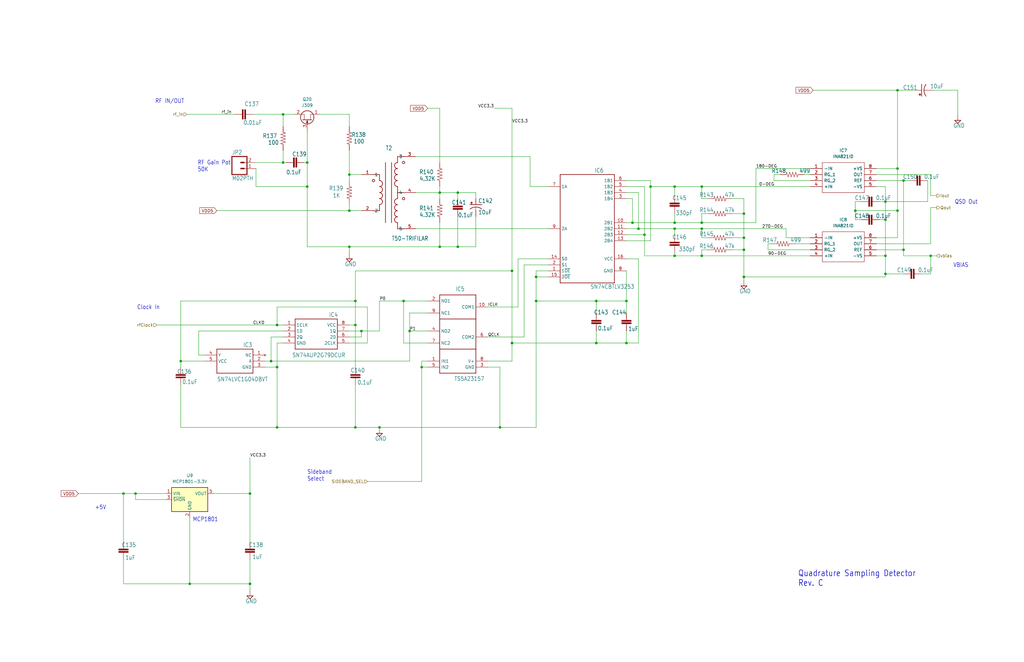
<source format=kicad_sch>
(kicad_sch (version 20230121) (generator eeschema)
  (paper "B")
  (lib_symbols
    (symbol "Device:Q_NJFET_DSG" (pin_names (offset 0) hide)
      (property "Reference" "Q" (at 5.08 1.27 0))
      (property "Value" "Q_NJFET_DSG" (at 5.08 -1.27 0))
      (symbol "Q_NJFET_DSG_0_1"
        (polyline (pts (xy 0.254 1.905) (xy 0.254 -1.905) (xy 0.254 -1.905)) (stroke (width 0.254)))
        (polyline (pts (xy 2.54 -2.54) (xy 2.54 -1.27) (xy 0.254 -1.27)))
        (polyline (pts (xy 2.54 2.54) (xy 2.54 1.397) (xy 0.254 1.397)))
        (polyline (pts (xy 0 0) (xy -1.016 0.381) (xy -1.016 -0.381) (xy 0 0)) (fill (type outline)))
        (circle (center 1.27 0) (radius 2.8194) (stroke (width 0.254)))
      )
      (symbol "Q_NJFET_DSG_1_1"
        (pin passive line (at 2.54 5.08 270) (length 2.54) (name "D") (number "1"))
        (pin passive line (at 2.54 -5.08 90) (length 2.54) (name "S") (number "2"))
        (pin input line (at -5.08 0 0) (length 5.334) (name "G") (number "3"))
      )
    )
    (symbol "Regulator_Linear:MCP1802x-xx02xOT"
      (property "Reference" "U" (at -6.35 6.35 0))
      (property "Value" "MCP1802x-xx02xOT" (at 0 6.35 0))
      (symbol "MCP1802x-xx02xOT_0_1"
        (rectangle (start -7.62 5.08) (end 7.62 -5.08) (stroke (width 0.254)) (fill (type background)))
      )
      (symbol "MCP1802x-xx02xOT_1_1"
        (pin power_in line (at -10.16 2.54 0) (length 2.54) (name "VIN") (number "1"))
        (pin power_in line (at 0 -7.62 90) (length 2.54) (name "GND") (number "2"))
        (pin input line (at -10.16 0 0) (length 2.54) (name "~{SHDN}") (number "3"))
        (pin no_connect line (at 7.62 0 180) (length 2.54) hide (name "NC") (number "4"))
        (pin power_out line (at 10.16 2.54 180) (length 2.54) (name "VOUT") (number "5"))
      )
    )
    (symbol "SamacSys_Parts:INA821ID" (pin_names (offset 0.762))
      (property "Reference" "IC" (at 24.13 7.62 0))
      (property "Value" "INA821ID" (at 24.13 5.08 0))
      (symbol "INA821ID_0_0"
        (pin passive line (at 0 0 0) (length 5.08) (name "-IN") (number "1"))
        (pin passive line (at 0 -2.54 0) (length 5.08) (name "RG_1") (number "2"))
        (pin passive line (at 0 -5.08 0) (length 5.08) (name "RG_2") (number "3"))
        (pin passive line (at 0 -7.62 0) (length 5.08) (name "+IN") (number "4"))
        (pin passive line (at 27.94 -7.62 180) (length 5.08) (name "-VS") (number "5"))
        (pin passive line (at 27.94 -5.08 180) (length 5.08) (name "REF") (number "6"))
        (pin passive line (at 27.94 -2.54 180) (length 5.08) (name "OUT") (number "7"))
        (pin passive line (at 27.94 0 180) (length 5.08) (name "+VS") (number "8"))
      )
      (symbol "INA821ID_0_1"
        (polyline (pts (xy 5.08 2.54) (xy 22.86 2.54) (xy 22.86 -10.16) (xy 5.08 -10.16) (xy 5.08 2.54)) (stroke (width 0.1524)))
      )
    )
    (symbol "qsd_revB-eagle-import:10UF-25V-20%(PTH)"
      (property "Reference" "C" (at 1.016 0.635 0))
      (property "Value" "10UF-25V-20%(PTH)" (at 1.016 -4.191 0))
      (symbol "10UF-25V-20%(PTH)_1_0"
        (rectangle (start -2.253 0.668) (end -1.364 0.795) (fill (type outline)))
        (rectangle (start -1.872 0.287) (end -1.745 1.176) (fill (type outline)))
        (arc (start 0 -1.0161) (mid -1.3021 -1.2302) (end -2.4669 -1.8504) (stroke (width 0.254)))
        (polyline (pts (xy -2.54 0) (xy 2.54 0)) (stroke (width 0.254)))
        (polyline (pts (xy 0 -1.016) (xy 0 -2.54)) (stroke (width 0.1524)))
        (arc (start 2.4892 -1.8542) (mid 1.3158 -1.2195) (end 0 -1) (stroke (width 0.254)))
        (pin passive line (at 0 2.54 270) (length 2.54) (name "+") (number "1"))
        (pin passive line (at 0 -5.08 90) (length 2.54) (name "-") (number "2"))
      )
    )
    (symbol "qsd_revB-eagle-import:CAP0603-CAP"
      (property "Reference" "C" (at 1.524 2.921 0))
      (property "Value" "CAP0603-CAP" (at 1.524 -2.159 0))
      (symbol "CAP0603-CAP_1_0"
        (rectangle (start -2.032 0.508) (end 2.032 1.016) (fill (type outline)))
        (rectangle (start -2.032 1.524) (end 2.032 2.032) (fill (type outline)))
        (polyline (pts (xy 0 0) (xy 0 0.508)) (stroke (width 0.1524)))
        (polyline (pts (xy 0 2.54) (xy 0 2.032)) (stroke (width 0.1524)))
        (pin passive line (at 0 5.08 270) (length 2.54) (name "1") (number "1"))
        (pin passive line (at 0 -2.54 90) (length 2.54) (name "2") (number "2"))
      )
    )
    (symbol "qsd_revB-eagle-import:GND" (power)
      (property "Value" "GND" (at -1.905 -3.175 0))
      (symbol "GND_1_0"
        (polyline (pts (xy -1.27 0) (xy 1.27 0)) (stroke (width 0.254)))
        (polyline (pts (xy 0 -1.27) (xy -1.27 0)) (stroke (width 0.254)))
        (polyline (pts (xy 1.27 0) (xy 0 -1.27)) (stroke (width 0.254)))
        (pin power_in line (at 0 2.54 270) (length 2.54) (name "GND") (number "1"))
      )
    )
    (symbol "qsd_revB-eagle-import:M02PTH"
      (property "Reference" "JP" (at -2.54 5.842 0))
      (property "Value" "M02PTH" (at -2.54 -5.08 0))
      (symbol "M02PTH_1_0"
        (polyline (pts (xy -2.54 5.08) (xy -2.54 -2.54)) (stroke (width 0.4064)))
        (polyline (pts (xy -2.54 5.08) (xy 3.81 5.08)) (stroke (width 0.4064)))
        (polyline (pts (xy 1.27 0) (xy 2.54 0)) (stroke (width 0.6096)))
        (polyline (pts (xy 1.27 2.54) (xy 2.54 2.54)) (stroke (width 0.6096)))
        (polyline (pts (xy 3.81 -2.54) (xy -2.54 -2.54)) (stroke (width 0.4064)))
        (polyline (pts (xy 3.81 -2.54) (xy 3.81 5.08)) (stroke (width 0.4064)))
        (pin passive line (at 7.62 0 180) (length 5.08) (name "1") (number "1"))
        (pin passive line (at 7.62 2.54 180) (length 5.08) (name "2") (number "2"))
      )
    )
    (symbol "qsd_revB-eagle-import:RESISTOR0603-RES"
      (property "Reference" "R" (at -3.81 1.4986 0))
      (property "Value" "RESISTOR0603-RES" (at -3.81 -3.302 0))
      (symbol "RESISTOR0603-RES_1_0"
        (polyline (pts (xy -2.54 0) (xy -2.159 1.016)) (stroke (width 0.1524)))
        (polyline (pts (xy -2.159 1.016) (xy -1.524 -1.016)) (stroke (width 0.1524)))
        (polyline (pts (xy -1.524 -1.016) (xy -0.889 1.016)) (stroke (width 0.1524)))
        (polyline (pts (xy -0.889 1.016) (xy -0.254 -1.016)) (stroke (width 0.1524)))
        (polyline (pts (xy -0.254 -1.016) (xy 0.381 1.016)) (stroke (width 0.1524)))
        (polyline (pts (xy 0.381 1.016) (xy 1.016 -1.016)) (stroke (width 0.1524)))
        (polyline (pts (xy 1.016 -1.016) (xy 1.651 1.016)) (stroke (width 0.1524)))
        (polyline (pts (xy 1.651 1.016) (xy 2.286 -1.016)) (stroke (width 0.1524)))
        (polyline (pts (xy 2.286 -1.016) (xy 2.54 0)) (stroke (width 0.1524)))
        (pin passive line (at -5.08 0 0) (length 2.54) (name "1") (number "1"))
        (pin passive line (at 5.08 0 180) (length 2.54) (name "2") (number "2"))
      )
    )
    (symbol "qsd_revB-eagle-import:SN74AUP2G79DCUR"
      (property "Reference" "IC1002" (at 19.304 4.318 0))
      (property "Value" "SN74AUP2G79DCUR" (at 3.81 -12.7 0))
      (symbol "SN74AUP2G79DCUR_1_0"
        (polyline (pts (xy 5.08 2.54) (xy 5.08 -10.16)) (stroke (width 0.254)))
        (polyline (pts (xy 5.08 2.54) (xy 22.86 2.54)) (stroke (width 0.254)))
        (polyline (pts (xy 22.86 -10.16) (xy 5.08 -10.16)) (stroke (width 0.254)))
        (polyline (pts (xy 22.86 -10.16) (xy 22.86 2.54)) (stroke (width 0.254)))
        (pin input line (at 0 0 0) (length 5.08) (name "1CLK") (number "1"))
        (pin input line (at 0 -2.54 0) (length 5.08) (name "1D") (number "2"))
        (pin output line (at 0 -5.08 0) (length 5.08) (name "2Q") (number "3"))
        (pin bidirectional line (at 0 -7.62 0) (length 5.08) (name "GND") (number "4"))
        (pin input line (at 27.94 -7.62 180) (length 5.08) (name "2CLK") (number "5"))
        (pin input line (at 27.94 -5.08 180) (length 5.08) (name "2D") (number "6"))
        (pin output line (at 27.94 -2.54 180) (length 5.08) (name "1Q") (number "7"))
        (pin input line (at 27.94 0 180) (length 5.08) (name "VCC") (number "8"))
      )
    )
    (symbol "qsd_revB-eagle-import:SN74CBTLV3253"
      (property "Reference" "IC1004" (at 14.478 46.482 0))
      (property "Value" "SN74CBTLV3253" (at 12.7 -2.54 0))
      (symbol "SN74CBTLV3253_1_0"
        (polyline (pts (xy 0 0) (xy 22.86 0)) (stroke (width 0.254)))
        (polyline (pts (xy 0 45.72) (xy 0 0)) (stroke (width 0.254)))
        (polyline (pts (xy 22.86 0) (xy 22.86 45.72)) (stroke (width 0.254)))
        (polyline (pts (xy 22.86 45.72) (xy 0 45.72)) (stroke (width 0.254)))
        (pin input line (at -5.08 5.08 0) (length 5.08) (name "1~{OE}") (number "1"))
        (pin bidirectional line (at 27.94 25.4 180) (length 5.08) (name "2B1") (number "10"))
        (pin bidirectional line (at 27.94 22.86 180) (length 5.08) (name "2B2") (number "11"))
        (pin bidirectional line (at 27.94 20.32 180) (length 5.08) (name "2B3") (number "12"))
        (pin bidirectional line (at 27.94 17.78 180) (length 5.08) (name "2B4") (number "13"))
        (pin input line (at -5.08 10.16 0) (length 5.08) (name "S0") (number "14"))
        (pin input line (at -5.08 2.54 0) (length 5.08) (name "2~{OE}") (number "15"))
        (pin input line (at 27.94 10.16 180) (length 5.08) (name "VCC") (number "16"))
        (pin input line (at -5.08 7.62 0) (length 5.08) (name "S1") (number "2"))
        (pin bidirectional line (at 27.94 35.56 180) (length 5.08) (name "1B4") (number "3"))
        (pin bidirectional line (at 27.94 38.1 180) (length 5.08) (name "1B3") (number "4"))
        (pin bidirectional line (at 27.94 40.64 180) (length 5.08) (name "1B2") (number "5"))
        (pin bidirectional line (at 27.94 43.18 180) (length 5.08) (name "1B1") (number "6"))
        (pin bidirectional line (at -5.08 40.64 0) (length 5.08) (name "1A") (number "7"))
        (pin bidirectional line (at 27.94 5.08 180) (length 5.08) (name "GND") (number "8"))
        (pin bidirectional line (at -5.08 22.86 0) (length 5.08) (name "2A") (number "9"))
      )
    )
    (symbol "qsd_revB-eagle-import:SN74LVC1G04DBVT"
      (property "Reference" "IC" (at 21.59 7.62 0))
      (property "Value" "SN74LVC1G04DBVT" (at 21.59 5.08 0))
      (symbol "SN74LVC1G04DBVT_1_0"
        (polyline (pts (xy 5.08 2.54) (xy 5.08 -7.62)) (stroke (width 0.254)))
        (polyline (pts (xy 5.08 2.54) (xy 20.32 2.54)) (stroke (width 0.254)))
        (polyline (pts (xy 20.32 -7.62) (xy 5.08 -7.62)) (stroke (width 0.254)))
        (polyline (pts (xy 20.32 -7.62) (xy 20.32 2.54)) (stroke (width 0.254)))
        (pin no_connect line (at 0 0 0) (length 5.08) (name "NC") (number "1"))
        (pin input line (at 0 -2.54 0) (length 5.08) (name "A") (number "2"))
        (pin power_in line (at 0 -5.08 0) (length 5.08) (name "GND") (number "3"))
        (pin output line (at 25.4 0 180) (length 5.08) (name "Y") (number "4"))
        (pin power_in line (at 25.4 -2.54 180) (length 5.08) (name "VCC") (number "5"))
      )
    )
    (symbol "qsd_revB-eagle-import:T50-TRIFILAR"
      (property "Reference" "T2" (at 5.08 25.4 0))
      (property "Value" "T50-TRIFILAR" (at 7.62 -12.7 0))
      (symbol "T50-TRIFILAR_1_0"
        (polyline (pts (xy 2.54 0) (xy 0 0)) (stroke (width 0.254)))
        (polyline (pts (xy 2.54 2.54) (xy 2.54 0)) (stroke (width 0.254)))
        (polyline (pts (xy 2.54 12.7) (xy 2.54 15.24)) (stroke (width 0.254)))
        (polyline (pts (xy 2.54 15.24) (xy 0 15.24)) (stroke (width 0.254)))
        (polyline (pts (xy 5.08 20.32) (xy 5.08 -5.08)) (stroke (width 0.254)))
        (polyline (pts (xy 7.62 20.32) (xy 7.62 -5.08)) (stroke (width 0.254)))
        (polyline (pts (xy 10.16 -7.62) (xy 12.7 -7.62)) (stroke (width 0.254)))
        (polyline (pts (xy 10.16 -5.08) (xy 10.16 -7.62)) (stroke (width 0.254)))
        (polyline (pts (xy 10.16 7.62) (xy 10.16 5.08)) (stroke (width 0.254)))
        (polyline (pts (xy 10.16 10.16) (xy 10.16 7.62)) (stroke (width 0.254)))
        (polyline (pts (xy 10.16 20.32) (xy 10.16 22.86)) (stroke (width 0.254)))
        (polyline (pts (xy 10.16 22.86) (xy 12.7 22.86)) (stroke (width 0.254)))
        (polyline (pts (xy 12.7 7.62) (xy 10.16 7.62)) (stroke (width 0.254)))
        (circle (center 0 12.7) (radius 0.508) (stroke (width 0.254)))
        (arc (start 2.54 2.54) (mid 3.438 2.912) (end 3.81 3.81) (stroke (width 0.254)))
        (arc (start 2.54 5.08) (mid 3.438 5.452) (end 3.81 6.35) (stroke (width 0.254)))
        (arc (start 2.54 7.62) (mid 3.438 7.992) (end 3.81 8.89) (stroke (width 0.254)))
        (arc (start 2.54 10.16) (mid 3.438 10.532) (end 3.81 11.43) (stroke (width 0.254)))
        (arc (start 3.81 3.81) (mid 3.438 4.708) (end 2.54 5.08) (stroke (width 0.254)))
        (arc (start 3.81 6.35) (mid 3.438 7.248) (end 2.54 7.62) (stroke (width 0.254)))
        (arc (start 3.81 8.89) (mid 3.438 9.788) (end 2.54 10.16) (stroke (width 0.254)))
        (arc (start 3.81 11.43) (mid 3.438 12.328) (end 2.54 12.7) (stroke (width 0.254)))
        (arc (start 8.89 -3.81) (mid 9.262 -4.708) (end 10.16 -5.08) (stroke (width 0.254)))
        (arc (start 8.89 -1.27) (mid 9.262 -2.168) (end 10.16 -2.54) (stroke (width 0.254)))
        (arc (start 8.89 1.27) (mid 9.262 0.372) (end 10.16 0) (stroke (width 0.254)))
        (arc (start 8.89 3.81) (mid 9.262 2.912) (end 10.16 2.54) (stroke (width 0.254)))
        (arc (start 8.89 11.43) (mid 9.262 10.532) (end 10.16 10.16) (stroke (width 0.254)))
        (arc (start 8.89 13.97) (mid 9.262 13.072) (end 10.16 12.7) (stroke (width 0.254)))
        (arc (start 8.89 16.51) (mid 9.262 15.612) (end 10.16 15.24) (stroke (width 0.254)))
        (arc (start 8.89 19.05) (mid 9.262 18.152) (end 10.16 17.78) (stroke (width 0.254)))
        (arc (start 10.16 -2.54) (mid 9.262 -2.912) (end 8.89 -3.81) (stroke (width 0.254)))
        (arc (start 10.16 0) (mid 9.262 -0.372) (end 8.89 -1.27) (stroke (width 0.254)))
        (arc (start 10.16 2.54) (mid 9.262 2.168) (end 8.89 1.27) (stroke (width 0.254)))
        (arc (start 10.16 5.08) (mid 9.262 4.708) (end 8.89 3.81) (stroke (width 0.254)))
        (arc (start 10.16 12.7) (mid 9.262 12.328) (end 8.89 11.43) (stroke (width 0.254)))
        (arc (start 10.16 15.24) (mid 9.262 14.868) (end 8.89 13.97) (stroke (width 0.254)))
        (arc (start 10.16 17.78) (mid 9.262 17.408) (end 8.89 16.51) (stroke (width 0.254)))
        (arc (start 10.16 20.32) (mid 9.262 19.948) (end 8.89 19.05) (stroke (width 0.254)))
        (circle (center 12.7 5.08) (radius 0.508) (stroke (width 0.254)))
        (circle (center 12.7 20.32) (radius 0.508) (stroke (width 0.254)))
        (pin passive line (at -5.08 15.24 0) (length 5.08) (name "1") (number "1"))
        (pin passive line (at -5.08 0 0) (length 5.08) (name "2") (number "2"))
        (pin passive line (at 17.78 22.86 180) (length 5.08) (name "3") (number "3"))
        (pin passive line (at 17.78 7.62 180) (length 5.08) (name "4") (number "4"))
        (pin passive line (at 17.78 -7.62 180) (length 5.08) (name "5") (number "5"))
      )
    )
    (symbol "qsd_revB-eagle-import:TS5A23157"
      (property "Reference" "IC1003" (at 6.604 34.544 0))
      (property "Value" "TS5A23157" (at 6.096 -3.302 0))
      (symbol "TS5A23157_1_0"
        (polyline (pts (xy 0 0) (xy 15.24 0)) (stroke (width 0.254)))
        (polyline (pts (xy 0 10.16) (xy 0 0)) (stroke (width 0.254)))
        (polyline (pts (xy 0 10.16) (xy 15.24 10.16)) (stroke (width 0.254)))
        (polyline (pts (xy 0 22.86) (xy 0 10.16)) (stroke (width 0.254)))
        (polyline (pts (xy 0 22.86) (xy 15.24 22.86)) (stroke (width 0.254)))
        (polyline (pts (xy 0 33.02) (xy 0 22.86)) (stroke (width 0.254)))
        (polyline (pts (xy 15.24 0) (xy 15.24 10.16)) (stroke (width 0.254)))
        (polyline (pts (xy 15.24 10.16) (xy 15.24 22.86)) (stroke (width 0.254)))
        (polyline (pts (xy 15.24 22.86) (xy 15.24 33.02)) (stroke (width 0.254)))
        (polyline (pts (xy 15.24 33.02) (xy 0 33.02)) (stroke (width 0.254)))
        (pin input line (at -5.08 5.08 0) (length 5.08) (name "IN1") (number "1"))
        (pin bidirectional line (at 20.32 27.94 180) (length 5.08) (name "COM1") (number "10"))
        (pin bidirectional line (at -5.08 30.48 0) (length 5.08) (name "NO1") (number "2"))
        (pin bidirectional line (at 20.32 2.54 180) (length 5.08) (name "GND") (number "3"))
        (pin bidirectional line (at -5.08 17.78 0) (length 5.08) (name "NO2") (number "4"))
        (pin input line (at -5.08 2.54 0) (length 5.08) (name "IN2") (number "5"))
        (pin bidirectional line (at 20.32 15.24 180) (length 5.08) (name "COM2") (number "6"))
        (pin bidirectional line (at -5.08 12.7 0) (length 5.08) (name "NC2") (number "7"))
        (pin input line (at 20.32 5.08 180) (length 5.08) (name "V+") (number "8"))
        (pin bidirectional line (at -5.08 25.4 0) (length 5.08) (name "NC1") (number "9"))
      )
    )
  )
  (junction (at 266.7 93.98))
  (junction (at 269.24 96.52))
  (junction (at 193.04 81.28))
  (junction (at 378.46 71.12))
  (junction (at 52.07 208.28))
  (junction (at 274.32 78.74))
  (junction (at 295.91 96.52))
  (junction (at 264.16 127))
  (junction (at 80.01 246.38))
  (junction (at 57.15 208.28))
  (junction (at 147.32 88.9))
  (junction (at 210.82 180.34))
  (junction (at 378.46 88.9))
  (junction (at 226.06 116.84))
  (junction (at 313.69 105.41))
  (junction (at 105.41 208.28))
  (junction (at 116.84 180.34))
  (junction (at 284.48 107.95))
  (junction (at 313.69 90.17))
  (junction (at 373.38 85.09))
  (junction (at 215.9 144.78))
  (junction (at 264.16 144.78))
  (junction (at 119.38 68.58))
  (junction (at 160.02 180.34))
  (junction (at 149.86 180.34))
  (junction (at 373.38 92.71))
  (junction (at 381 105.41))
  (junction (at 185.42 104.14))
  (junction (at 129.54 68.58))
  (junction (at 373.38 107.95))
  (junction (at 215.9 114.3))
  (junction (at 271.78 99.06))
  (junction (at 251.46 127))
  (junction (at 284.48 96.52))
  (junction (at 381 76.2))
  (junction (at 116.84 154.94))
  (junction (at 152.4 139.7))
  (junction (at 119.38 48.26))
  (junction (at 295.91 107.95))
  (junction (at 170.18 127))
  (junction (at 295.91 78.74))
  (junction (at 284.48 78.74))
  (junction (at 114.3 152.4))
  (junction (at 147.32 104.14))
  (junction (at 193.04 104.14))
  (junction (at 295.91 93.98))
  (junction (at 177.8 154.94))
  (junction (at 129.54 78.74))
  (junction (at 226.06 127))
  (junction (at 172.72 139.7))
  (junction (at 116.84 137.16))
  (junction (at 147.32 73.66))
  (junction (at 284.48 93.98))
  (junction (at 373.38 115.57))
  (junction (at 392.43 107.95))
  (junction (at 185.42 81.28))
  (junction (at 313.69 100.33))
  (junction (at 76.2 152.4))
  (junction (at 378.46 38.1))
  (junction (at 105.41 246.38))
  (junction (at 360.68 88.9))
  (junction (at 149.86 137.16))
  (junction (at 251.46 144.78))
  (junction (at 313.69 116.84))
  (junction (at 149.86 127))
  (wire (pts (xy 147.32 76.2) (xy 147.32 73.66)))
  (wire (pts (xy 129.54 68.58) (xy 129.54 78.74)))
  (wire (pts (xy 177.8 154.94) (xy 177.8 203.2)))
  (wire (pts (xy 129.54 78.74) (xy 129.54 104.14)))
  (wire (pts (xy 185.42 93.98) (xy 185.42 104.14)))
  (wire (pts (xy 378.46 71.12) (xy 378.46 88.9)))
  (wire (pts (xy 308.61 90.17) (xy 313.69 90.17)))
  (wire (pts (xy 323.85 105.41) (xy 323.85 102.87)))
  (wire (pts (xy 172.72 132.08) (xy 180.34 132.08)))
  (wire (pts (xy 373.38 115.57) (xy 373.38 116.84)))
  (wire (pts (xy 231.14 116.84) (xy 226.06 116.84)))
  (wire (pts (xy 298.45 100.33) (xy 295.91 100.33)))
  (wire (pts (xy 52.07 246.38) (xy 80.01 246.38)))
  (wire (pts (xy 218.44 109.22) (xy 231.14 109.22)))
  (wire (pts (xy 111.76 154.94) (xy 116.84 154.94)))
  (wire (pts (xy 369.57 100.33) (xy 378.46 100.33)))
  (wire (pts (xy 180.34 144.78) (xy 170.18 144.78)))
  (wire (pts (xy 200.66 104.14) (xy 193.04 104.14)))
  (wire (pts (xy 129.54 55.88) (xy 129.54 68.58)))
  (wire (pts (xy 378.46 100.33) (xy 378.46 88.9)))
  (wire (pts (xy 180.34 152.4) (xy 177.8 152.4)))
  (wire (pts (xy 147.32 86.36) (xy 147.32 88.9)))
  (wire (pts (xy 373.38 115.57) (xy 381 115.57)))
  (wire (pts (xy 391.16 76.2) (xy 391.16 85.09)))
  (wire (pts (xy 205.74 129.54) (xy 218.44 129.54)))
  (wire (pts (xy 284.48 93.98) (xy 266.7 93.98)))
  (wire (pts (xy 284.48 78.74) (xy 295.91 78.74)))
  (wire (pts (xy 147.32 88.9) (xy 152.4 88.9)))
  (wire (pts (xy 295.91 100.33) (xy 295.91 96.52)))
  (wire (pts (xy 193.04 91.44) (xy 193.04 104.14)))
  (wire (pts (xy 220.98 142.24) (xy 220.98 111.76)))
  (wire (pts (xy 210.82 180.34) (xy 226.06 180.34)))
  (wire (pts (xy 313.69 116.84) (xy 313.69 118.11)))
  (wire (pts (xy 149.86 127) (xy 149.86 114.3)))
  (wire (pts (xy 284.48 96.52) (xy 295.91 96.52)))
  (wire (pts (xy 388.62 115.57) (xy 392.43 115.57)))
  (wire (pts (xy 83.82 139.7) (xy 119.38 139.7)))
  (wire (pts (xy 373.38 107.95) (xy 373.38 115.57)))
  (wire (pts (xy 231.14 114.3) (xy 226.06 114.3)))
  (wire (pts (xy 105.41 236.22) (xy 105.41 246.38)))
  (wire (pts (xy 369.57 105.41) (xy 381 105.41)))
  (wire (pts (xy 80.01 218.44) (xy 80.01 246.38)))
  (wire (pts (xy 381 107.95) (xy 381 105.41)))
  (wire (pts (xy 193.04 81.28) (xy 185.42 81.28)))
  (wire (pts (xy 200.66 81.28) (xy 193.04 81.28)))
  (wire (pts (xy 328.93 73.66) (xy 326.39 73.66)))
  (wire (pts (xy 185.42 81.28) (xy 185.42 83.82)))
  (wire (pts (xy 298.45 90.17) (xy 295.91 90.17)))
  (wire (pts (xy 80.01 246.38) (xy 105.41 246.38)))
  (wire (pts (xy 392.43 73.66) (xy 392.43 82.55)))
  (wire (pts (xy 215.9 144.78) (xy 215.9 114.3)))
  (wire (pts (xy 271.78 99.06) (xy 264.16 99.06)))
  (wire (pts (xy 369.57 73.66) (xy 392.43 73.66)))
  (wire (pts (xy 200.66 83.82) (xy 200.66 81.28)))
  (wire (pts (xy 308.61 100.33) (xy 313.69 100.33)))
  (wire (pts (xy 154.94 129.54) (xy 116.84 129.54)))
  (wire (pts (xy 335.28 102.87) (xy 341.63 102.87)))
  (wire (pts (xy 392.43 82.55) (xy 394.97 82.55)))
  (wire (pts (xy 152.4 139.7) (xy 160.02 139.7)))
  (wire (pts (xy 271.78 99.06) (xy 271.78 107.95)))
  (wire (pts (xy 149.86 127) (xy 76.2 127)))
  (wire (pts (xy 251.46 144.78) (xy 264.16 144.78)))
  (wire (pts (xy 90.17 208.28) (xy 105.41 208.28)))
  (wire (pts (xy 218.44 129.54) (xy 218.44 109.22)))
  (wire (pts (xy 323.85 102.87) (xy 325.12 102.87)))
  (wire (pts (xy 394.97 107.95) (xy 392.43 107.95)))
  (wire (pts (xy 313.69 100.33) (xy 313.69 105.41)))
  (wire (pts (xy 116.84 154.94) (xy 116.84 180.34)))
  (wire (pts (xy 152.4 73.66) (xy 147.32 73.66)))
  (wire (pts (xy 147.32 137.16) (xy 149.86 137.16)))
  (wire (pts (xy 369.57 107.95) (xy 373.38 107.95)))
  (wire (pts (xy 373.38 92.71) (xy 373.38 107.95)))
  (wire (pts (xy 373.38 85.09) (xy 391.16 85.09)))
  (wire (pts (xy 298.45 83.82) (xy 295.91 83.82)))
  (wire (pts (xy 147.32 104.14) (xy 147.32 106.68)))
  (wire (pts (xy 381 105.41) (xy 381 76.2)))
  (wire (pts (xy 269.24 109.22) (xy 269.24 144.78)))
  (wire (pts (xy 313.69 83.82) (xy 313.69 90.17)))
  (wire (pts (xy 149.86 114.3) (xy 215.9 114.3)))
  (wire (pts (xy 226.06 114.3) (xy 226.06 116.84)))
  (wire (pts (xy 313.69 90.17) (xy 313.69 100.33)))
  (wire (pts (xy 381 76.2) (xy 369.57 76.2)))
  (wire (pts (xy 129.54 104.14) (xy 147.32 104.14)))
  (wire (pts (xy 52.07 236.22) (xy 52.07 246.38)))
  (wire (pts (xy 69.85 210.82) (xy 57.15 210.82)))
  (wire (pts (xy 269.24 96.52) (xy 264.16 96.52)))
  (wire (pts (xy 160.02 139.7) (xy 160.02 127)))
  (wire (pts (xy 152.4 139.7) (xy 152.4 142.24)))
  (wire (pts (xy 180.34 45.72) (xy 185.42 45.72)))
  (wire (pts (xy 172.72 139.7) (xy 172.72 132.08)))
  (wire (pts (xy 226.06 127) (xy 251.46 127)))
  (wire (pts (xy 369.57 78.74) (xy 373.38 78.74)))
  (wire (pts (xy 114.3 152.4) (xy 111.76 152.4)))
  (wire (pts (xy 86.36 149.86) (xy 83.82 149.86)))
  (wire (pts (xy 105.41 208.28) (xy 105.41 228.6)))
  (wire (pts (xy 205.74 154.94) (xy 210.82 154.94)))
  (wire (pts (xy 170.18 127) (xy 180.34 127)))
  (wire (pts (xy 298.45 105.41) (xy 295.91 105.41)))
  (wire (pts (xy 392.43 107.95) (xy 381 107.95)))
  (wire (pts (xy 147.32 73.66) (xy 147.32 63.5)))
  (wire (pts (xy 33.02 208.28) (xy 52.07 208.28)))
  (wire (pts (xy 119.38 142.24) (xy 114.3 142.24)))
  (wire (pts (xy 223.52 66.04) (xy 223.52 78.74)))
  (wire (pts (xy 116.84 144.78) (xy 116.84 154.94)))
  (wire (pts (xy 107.95 71.12) (xy 107.95 78.74)))
  (wire (pts (xy 274.32 78.74) (xy 274.32 76.2)))
  (wire (pts (xy 154.94 144.78) (xy 154.94 129.54)))
  (wire (pts (xy 147.32 53.34) (xy 147.32 48.26)))
  (wire (pts (xy 149.86 137.16) (xy 149.86 154.94)))
  (wire (pts (xy 76.2 162.56) (xy 76.2 180.34)))
  (wire (pts (xy 392.43 87.63) (xy 394.97 87.63)))
  (wire (pts (xy 271.78 107.95) (xy 284.48 107.95)))
  (wire (pts (xy 177.8 152.4) (xy 177.8 154.94)))
  (wire (pts (xy 119.38 137.16) (xy 116.84 137.16)))
  (wire (pts (xy 295.91 107.95) (xy 341.63 107.95)))
  (wire (pts (xy 360.68 88.9) (xy 378.46 88.9)))
  (wire (pts (xy 392.43 102.87) (xy 392.43 87.63)))
  (wire (pts (xy 175.26 66.04) (xy 223.52 66.04)))
  (wire (pts (xy 360.68 88.9) (xy 360.68 92.71)))
  (wire (pts (xy 210.82 154.94) (xy 210.82 180.34)))
  (wire (pts (xy 180.34 139.7) (xy 172.72 139.7)))
  (wire (pts (xy 331.47 100.33) (xy 341.63 100.33)))
  (wire (pts (xy 185.42 78.74) (xy 185.42 81.28)))
  (wire (pts (xy 264.16 139.7) (xy 264.16 144.78)))
  (wire (pts (xy 106.68 48.26) (xy 119.38 48.26)))
  (wire (pts (xy 175.26 81.28) (xy 185.42 81.28)))
  (wire (pts (xy 363.22 85.09) (xy 360.68 85.09)))
  (wire (pts (xy 226.06 127) (xy 226.06 180.34)))
  (wire (pts (xy 107.95 68.58) (xy 119.38 68.58)))
  (wire (pts (xy 269.24 81.28) (xy 269.24 96.52)))
  (wire (pts (xy 193.04 104.14) (xy 185.42 104.14)))
  (wire (pts (xy 52.07 208.28) (xy 52.07 228.6)))
  (wire (pts (xy 369.57 102.87) (xy 392.43 102.87)))
  (wire (pts (xy 360.68 92.71) (xy 363.22 92.71)))
  (wire (pts (xy 215.9 45.72) (xy 208.28 45.72)))
  (wire (pts (xy 119.38 68.58) (xy 120.65 68.58)))
  (wire (pts (xy 175.26 96.52) (xy 231.14 96.52)))
  (wire (pts (xy 172.72 152.4) (xy 172.72 139.7)))
  (wire (pts (xy 308.61 83.82) (xy 313.69 83.82)))
  (wire (pts (xy 264.16 101.6) (xy 274.32 101.6)))
  (wire (pts (xy 271.78 78.74) (xy 271.78 99.06)))
  (wire (pts (xy 220.98 111.76) (xy 231.14 111.76)))
  (wire (pts (xy 149.86 137.16) (xy 149.86 127)))
  (wire (pts (xy 147.32 144.78) (xy 154.94 144.78)))
  (wire (pts (xy 119.38 63.5) (xy 119.38 68.58)))
  (wire (pts (xy 57.15 208.28) (xy 52.07 208.28)))
  (wire (pts (xy 147.32 139.7) (xy 152.4 139.7)))
  (wire (pts (xy 360.68 85.09) (xy 360.68 88.9)))
  (wire (pts (xy 373.38 78.74) (xy 373.38 85.09)))
  (wire (pts (xy 116.84 129.54) (xy 116.84 137.16)))
  (wire (pts (xy 264.16 127) (xy 251.46 127)))
  (wire (pts (xy 180.34 154.94) (xy 177.8 154.94)))
  (wire (pts (xy 284.48 82.55) (xy 284.48 78.74)))
  (wire (pts (xy 295.91 105.41) (xy 295.91 107.95)))
  (wire (pts (xy 284.48 107.95) (xy 295.91 107.95)))
  (wire (pts (xy 264.16 114.3) (xy 264.16 127)))
  (wire (pts (xy 274.32 78.74) (xy 274.32 101.6)))
  (wire (pts (xy 295.91 90.17) (xy 295.91 93.98)))
  (wire (pts (xy 369.57 71.12) (xy 378.46 71.12)))
  (wire (pts (xy 392.43 115.57) (xy 392.43 107.95)))
  (wire (pts (xy 251.46 132.08) (xy 251.46 127)))
  (wire (pts (xy 134.62 48.26) (xy 147.32 48.26)))
  (wire (pts (xy 116.84 180.34) (xy 149.86 180.34)))
  (wire (pts (xy 149.86 162.56) (xy 149.86 180.34)))
  (wire (pts (xy 205.74 142.24) (xy 220.98 142.24)))
  (wire (pts (xy 119.38 144.78) (xy 116.84 144.78)))
  (wire (pts (xy 119.38 53.34) (xy 119.38 48.26)))
  (wire (pts (xy 66.04 137.16) (xy 116.84 137.16)))
  (wire (pts (xy 223.52 78.74) (xy 231.14 78.74)))
  (wire (pts (xy 160.02 180.34) (xy 210.82 180.34)))
  (wire (pts (xy 205.74 152.4) (xy 215.9 152.4)))
  (wire (pts (xy 295.91 78.74) (xy 341.63 78.74)))
  (wire (pts (xy 295.91 83.82) (xy 295.91 78.74)))
  (wire (pts (xy 393.7 38.1) (xy 403.86 38.1)))
  (wire (pts (xy 107.95 78.74) (xy 129.54 78.74)))
  (wire (pts (xy 284.48 96.52) (xy 284.48 99.06)))
  (wire (pts (xy 269.24 96.52) (xy 284.48 96.52)))
  (wire (pts (xy 200.66 91.44) (xy 200.66 104.14)))
  (wire (pts (xy 91.44 88.9) (xy 147.32 88.9)))
  (wire (pts (xy 264.16 81.28) (xy 269.24 81.28)))
  (wire (pts (xy 99.06 48.26) (xy 78.74 48.26)))
  (wire (pts (xy 295.91 96.52) (xy 331.47 96.52)))
  (wire (pts (xy 105.41 208.28) (xy 105.41 193.04)))
  (wire (pts (xy 373.38 85.09) (xy 373.38 92.71)))
  (wire (pts (xy 57.15 210.82) (xy 57.15 208.28)))
  (wire (pts (xy 185.42 45.72) (xy 185.42 68.58)))
  (wire (pts (xy 318.77 93.98) (xy 295.91 93.98)))
  (wire (pts (xy 318.77 71.12) (xy 341.63 71.12)))
  (wire (pts (xy 373.38 116.84) (xy 313.69 116.84)))
  (wire (pts (xy 264.16 83.82) (xy 266.7 83.82)))
  (wire (pts (xy 264.16 109.22) (xy 269.24 109.22)))
  (wire (pts (xy 185.42 104.14) (xy 147.32 104.14)))
  (wire (pts (xy 284.48 106.68) (xy 284.48 107.95)))
  (wire (pts (xy 323.85 105.41) (xy 341.63 105.41)))
  (wire (pts (xy 215.9 152.4) (xy 215.9 144.78)))
  (wire (pts (xy 76.2 154.94) (xy 76.2 152.4)))
  (wire (pts (xy 226.06 116.84) (xy 226.06 127)))
  (wire (pts (xy 215.9 144.78) (xy 251.46 144.78)))
  (wire (pts (xy 69.85 208.28) (xy 57.15 208.28)))
  (wire (pts (xy 342.9 38.1) (xy 378.46 38.1)))
  (wire (pts (xy 76.2 152.4) (xy 86.36 152.4)))
  (wire (pts (xy 326.39 76.2) (xy 341.63 76.2)))
  (wire (pts (xy 160.02 127) (xy 170.18 127)))
  (wire (pts (xy 152.4 142.24) (xy 147.32 142.24)))
  (wire (pts (xy 266.7 93.98) (xy 264.16 93.98)))
  (wire (pts (xy 295.91 93.98) (xy 284.48 93.98)))
  (wire (pts (xy 331.47 96.52) (xy 331.47 100.33)))
  (wire (pts (xy 193.04 83.82) (xy 193.04 81.28)))
  (wire (pts (xy 215.9 45.72) (xy 215.9 114.3)))
  (wire (pts (xy 251.46 139.7) (xy 251.46 144.78)))
  (wire (pts (xy 264.16 78.74) (xy 271.78 78.74)))
  (wire (pts (xy 386.08 38.1) (xy 378.46 38.1)))
  (wire (pts (xy 83.82 149.86) (xy 83.82 139.7)))
  (wire (pts (xy 177.8 203.2) (xy 154.94 203.2)))
  (wire (pts (xy 284.48 90.17) (xy 284.48 93.98)))
  (wire (pts (xy 266.7 83.82) (xy 266.7 93.98)))
  (wire (pts (xy 370.84 85.09) (xy 373.38 85.09)))
  (wire (pts (xy 264.16 144.78) (xy 269.24 144.78)))
  (wire (pts (xy 274.32 76.2) (xy 264.16 76.2)))
  (wire (pts (xy 313.69 105.41) (xy 313.69 116.84)))
  (wire (pts (xy 308.61 105.41) (xy 313.69 105.41)))
  (wire (pts (xy 170.18 144.78) (xy 170.18 127)))
  (wire (pts (xy 149.86 180.34) (xy 160.02 180.34)))
  (wire (pts (xy 76.2 127) (xy 76.2 152.4)))
  (wire (pts (xy 339.09 73.66) (xy 341.63 73.66)))
  (wire (pts (xy 128.27 68.58) (xy 129.54 68.58)))
  (wire (pts (xy 114.3 152.4) (xy 172.72 152.4)))
  (wire (pts (xy 114.3 142.24) (xy 114.3 152.4)))
  (wire (pts (xy 381 76.2) (xy 383.54 76.2)))
  (wire (pts (xy 370.84 92.71) (xy 373.38 92.71)))
  (wire (pts (xy 378.46 38.1) (xy 378.46 71.12)))
  (wire (pts (xy 318.77 93.98) (xy 318.77 71.12)))
  (wire (pts (xy 116.84 180.34) (xy 76.2 180.34)))
  (wire (pts (xy 264.16 127) (xy 264.16 132.08)))
  (wire (pts (xy 326.39 73.66) (xy 326.39 76.2)))
  (wire (pts (xy 105.41 246.38) (xy 105.41 248.92)))
  (wire (pts (xy 119.38 48.26) (xy 124.46 48.26)))
  (wire (pts (xy 403.86 38.1) (xy 403.86 48.26)))
  (wire (pts (xy 284.48 78.74) (xy 274.32 78.74)))
  (text "Clock In" (at 57.785 130.81 0) (effects (font (size 1.778 1.5113)) (justify left bottom)))
  (text "RF Gain Pot\n50K" (at 83.312 72.644 0) (effects (font (size 1.778 1.5113)) (justify left bottom)))
  (text "Sideband\nSelect" (at 129.54 203.2 0) (effects (font (size 1.778 1.5113)) (justify left bottom)))
  (text "MCP1801" (at 81.28 220.345 0) (effects (font (size 1.778 1.5113)) (justify left bottom)))
  (text "QSD Out" (at 402.59 86.36 0) (effects (font (size 1.778 1.5113)) (justify left bottom)))
  (text "RF IN/OUT" (at 65.405 43.815 0) (effects (font (size 1.778 1.5113)) (justify left bottom)))
  (text "+5V" (at 40.005 215.265 0) (effects (font (size 1.778 1.5113)) (justify left bottom)))
  (text "VBIAS" (at 401.955 113.03 0) (effects (font (size 1.778 1.5113)) (justify left bottom)))
  (text "Quadrature Sampling Detector\nRev. C" (at 336.55 247.65 0) (effects (font (size 2.54 2.159)) (justify left bottom)))
  (text "Quadrature Sampling Detector\nRev. C" (at 336.55 247.65 0) (effects (font (size 2.54 2.159)) (justify left bottom)))
  (label "rf_in" (at 93.345 48.26 0) (effects (font (size 1.2446 1.2446))))
  (label "P0" (at 160.02 127 0) (effects (font (size 1.2446 1.2446))))
  (label "P1" (at 172.72 139.7 0) (effects (font (size 1.2446 1.2446))))
  (label "ICLK" (at 205.74 129.54 0) (effects (font (size 1.2446 1.2446))))
  (label "90-DEG" (at 323.85 107.95 0) (effects (font (size 1.2446 1.2446))))
  (label "VCC3.3" (at 215.9 52.07 0) (effects (font (size 1.2446 1.2446))))
  (label "VCC3.3" (at 208.28 45.72 180) (effects (font (size 1.2446 1.2446))))
  (label "0-DEG" (at 320.04 78.74 0) (effects (font (size 1.2446 1.2446))))
  (label "270-DEG" (at 321.31 96.52 0) (effects (font (size 1.2446 1.2446))))
  (label "VCC3.3" (at 105.41 193.04 0) (effects (font (size 1.2446 1.2446))))
  (label "180-DEG" (at 318.77 71.12 0) (effects (font (size 1.2446 1.2446))))
  (label "QCLK" (at 205.74 142.24 0) (effects (font (size 1.2446 1.2446))))
  (label "CLK0" (at 106.68 137.16 0) (effects (font (size 1.2446 1.2446))))
  (global_label "VDD5" (shape input) (at 180.34 45.72 180) (property "Intersheetrefs" "${INTERSHEET_REFS}" (at 172.5167 45.72 0) (effects (justify right))))
  (global_label "VDD5" (shape input) (at 91.44 88.9 180) (property "Intersheetrefs" "${INTERSHEET_REFS}" (at 83.6167 88.9 0) (effects (justify right))))
  (global_label "VDD5" (shape input) (at 342.9 38.1 180) (property "Intersheetrefs" "${INTERSHEET_REFS}" (at 335.0767 38.1 0) (effects (justify right))))
  (global_label "VDD5" (shape input) (at 33.02 208.28 180) (property "Intersheetrefs" "${INTERSHEET_REFS}" (at 25.1967 208.28 0) (effects (justify right))))
  (hierarchical_label "Iout" (shape output) (at 394.97 82.55 0))
  (hierarchical_label "vbias" (shape input) (at 394.97 107.95 0))
  (hierarchical_label "rfClock" (shape input) (at 66.04 137.16 180))
  (hierarchical_label "rf_in" (shape input) (at 78.74 48.26 180))
  (hierarchical_label "SIDEBAND_SEL" (shape input) (at 154.94 203.2 180))
  (hierarchical_label "Qout" (shape output) (at 394.97 87.63 0))
  (symbol (lib_id "Regulator_Linear:MCP1802x-xx02xOT") (at 80.01 210.82 0) (unit 1)
    (property "Reference" "U9" (at 80.01 200.66 0))
    (property "Value" "MCP1801-3.3V" (at 80.01 203.2 0))
    (property "Footprint" "Package_TO_SOT_SMD:SOT-23-5" (effects hide))
    (property "Datasheet" "http://ww1.microchip.com/downloads/en/DeviceDoc/22053C.pdf" (effects hide))
  )
  (symbol (lib_id "Device:Q_NJFET_DSG") (at 129.54 50.8 270) (mirror x) (unit 1)
    (property "Reference" "Q20" (at 129.54 41.91 90))
    (property "Value" "J309" (at 129.54 44.45 90))
    (property "Footprint" "Package_TO_SOT_SMD:SOT-23" (effects hide))
    (instances (project "fieldRadio_1.2" (path "" (reference "Q20") (unit 1))) (project "qsd_revC" (path "" (reference "Q1") (unit 1))))
  )
  (symbol (lib_id "qsd_revB-eagle-import:RESISTOR0603-RES") (at 303.53 83.82 180) (unit 1)
    (property "Reference" "R143" (at 300.99 81.28 0) (effects (font (size 1.778 1.5113)) (justify left bottom)))
    (property "Value" "47k" (at 309.88 81.28 0) (effects (font (size 1.778 1.5113)) (justify left bottom)))
    (property "Footprint" "Resistor_SMD:R_0603_1608Metric_Pad0.98x0.95mm_HandSolder" (effects hide))
    (instances (project "fieldRadio_1.2" (path "" (reference "R143") (unit 1))) (project "qsd_revC" (path "" (reference "R4") (unit 1))))
  )
  (symbol (lib_id "qsd_revB-eagle-import:RESISTOR0603-RES") (at 185.42 73.66 90) (unit 1)
    (property "Reference" "R140" (at 182.88 71.6026 90) (effects (font (size 1.778 1.5113)) (justify left bottom)))
    (property "Value" "4.32K" (at 183.642 74.422 90) (effects (font (size 1.778 1.5113)) (justify left bottom)))
    (property "Footprint" "Resistor_SMD:R_0603_1608Metric_Pad0.98x0.95mm_HandSolder" (effects hide))
    (instances (project "fieldRadio_1.2" (path "" (reference "R140") (unit 1))) (project "qsd_revC" (path "" (reference "R8") (unit 1))))
  )
  (symbol (lib_id "qsd_revB-eagle-import:CAP0603-CAP") (at 284.48 101.6 180) (unit 1)
    (property "Reference" "C146" (at 289.56 99.06 0) (effects (font (size 1.778 1.5113)) (justify left bottom)))
    (property "Value" "330pF" (at 293.37 104.14 0) (effects (font (size 1.778 1.5113)) (justify left bottom)))
    (property "Footprint" "Capacitor_SMD:C_0603_1608Metric_Pad1.08x0.95mm_HandSolder" (effects hide))
    (instances (project "fieldRadio_1.2" (path "" (reference "C146") (unit 1))) (project "qsd_revC" (path "" (reference "C15") (unit 1))))
  )
  (symbol (lib_id "qsd_revB-eagle-import:CAP0603-CAP") (at 52.07 231.14 180) (unit 1)
    (property "Reference" "C135" (at 57.404 228.981 0) (effects (font (size 1.778 1.5113)) (justify left bottom)))
    (property "Value" "1uF" (at 57.15 234.315 0) (effects (font (size 1.778 1.5113)) (justify left bottom)))
    (property "Footprint" "Capacitor_SMD:C_0603_1608Metric_Pad1.08x0.95mm_HandSolder" (effects hide))
    (instances (project "fieldRadio_1.2" (path "" (reference "C135") (unit 1))) (project "qsd_revC" (path "" (reference "C1") (unit 1))))
  )
  (symbol (lib_id "qsd_revB-eagle-import:CAP0603-CAP") (at 284.48 85.09 180) (unit 1)
    (property "Reference" "C145" (at 289.56 82.55 0) (effects (font (size 1.778 1.5113)) (justify left bottom)))
    (property "Value" "330pF" (at 292.1 88.9 0) (effects (font (size 1.778 1.5113)) (justify left bottom)))
    (property "Footprint" "Capacitor_SMD:C_0603_1608Metric_Pad1.08x0.95mm_HandSolder" (effects hide))
    (instances (project "fieldRadio_1.2" (path "" (reference "C145") (unit 1))) (project "qsd_revC" (path "" (reference "C13") (unit 1))))
  )
  (symbol (lib_id "qsd_revB-eagle-import:CAP0603-CAP") (at 193.04 86.36 180) (unit 1)
    (property "Reference" "C141" (at 196.596 84.455 0) (effects (font (size 1.778 1.5113)) (justify left bottom)))
    (property "Value" "0.1uF" (at 199.644 89.789 0) (effects (font (size 1.778 1.5113)) (justify left bottom)))
    (property "Footprint" "Capacitor_SMD:C_0603_1608Metric_Pad1.08x0.95mm_HandSolder" (effects hide))
    (instances (project "fieldRadio_1.2" (path "" (reference "C141") (unit 1))) (project "qsd_revC" (path "" (reference "C6") (unit 1))))
  )
  (symbol (lib_id "qsd_revB-eagle-import:CAP0603-CAP") (at 251.46 134.62 180) (unit 1)
    (property "Reference" "C143" (at 256.54 130.81 0) (effects (font (size 1.778 1.5113)) (justify left bottom)))
    (property "Value" "0.1uF" (at 258.572 137.541 0) (effects (font (size 1.778 1.5113)) (justify left bottom)))
    (property "Footprint" "Capacitor_SMD:C_0603_1608Metric_Pad1.08x0.95mm_HandSolder" (effects hide))
    (instances (project "fieldRadio_1.2" (path "" (reference "C143") (unit 1))) (project "qsd_revC" (path "" (reference "C10") (unit 1))))
  )
  (symbol (lib_id "qsd_revB-eagle-import:RESISTOR0603-RES") (at 303.53 100.33 180) (unit 1)
    (property "Reference" "R145" (at 300.99 97.79 0) (effects (font (size 1.778 1.5113)) (justify left bottom)))
    (property "Value" "47k" (at 309.88 97.79 0) (effects (font (size 1.778 1.5113)) (justify left bottom)))
    (property "Footprint" "Resistor_SMD:R_0603_1608Metric_Pad0.98x0.95mm_HandSolder" (effects hide))
    (instances (project "fieldRadio_1.2" (path "" (reference "R145") (unit 1))) (project "qsd_revC" (path "" (reference "R12") (unit 1))))
  )
  (symbol (lib_id "qsd_revB-eagle-import:CAP0603-CAP") (at 123.19 68.58 270) (unit 1)
    (property "Reference" "C139" (at 123.19 66.04 90) (effects (font (size 1.778 1.5113)) (justify left bottom)))
    (property "Value" "0.1uF" (at 120.65 73.66 90) (effects (font (size 1.778 1.5113)) (justify left bottom)))
    (property "Footprint" "Capacitor_SMD:C_0603_1608Metric_Pad1.08x0.95mm_HandSolder" (effects hide))
    (instances (project "fieldRadio_1.2" (path "" (reference "C139") (unit 1))) (project "qsd_revC" (path "" (reference "C16") (unit 1))))
  )
  (symbol (lib_id "qsd_revB-eagle-import:CAP0603-CAP") (at 386.08 76.2 270) (unit 1)
    (property "Reference" "C150" (at 380.746 75.565 90) (effects (font (size 1.778 1.5113)) (justify left bottom)))
    (property "Value" "0.1uF" (at 389.636 75.565 90) (effects (font (size 1.778 1.5113)) (justify left bottom)))
    (property "Footprint" "Capacitor_SMD:C_0603_1608Metric_Pad1.08x0.95mm_HandSolder" (effects hide))
    (instances (project "fieldRadio_1.2" (path "" (reference "C150") (unit 1))) (project "qsd_revC" (path "" (reference "C14") (unit 1))))
  )
  (symbol (lib_id "qsd_revB-eagle-import:CAP0603-CAP") (at 105.41 231.14 180) (unit 1)
    (property "Reference" "C138" (at 110.998 228.981 0) (effects (font (size 1.778 1.5113)) (justify left bottom)))
    (property "Value" "1uF" (at 110.744 234.061 0) (effects (font (size 1.778 1.5113)) (justify left bottom)))
    (property "Footprint" "Capacitor_SMD:C_0603_1608Metric_Pad1.08x0.95mm_HandSolder" (effects hide))
    (instances (project "fieldRadio_1.2" (path "" (reference "C138") (unit 1))) (project "qsd_revC" (path "" (reference "C4") (unit 1))))
  )
  (symbol (lib_id "qsd_revB-eagle-import:RESISTOR0603-RES") (at 330.2 102.87 180) (unit 1)
    (property "Reference" "R147" (at 327.66 100.33 0) (effects (font (size 1.778 1.5113)) (justify left bottom)))
    (property "Value" "499" (at 337.82 100.33 0) (effects (font (size 1.778 1.5113)) (justify left bottom)))
    (property "Footprint" "Resistor_SMD:R_0603_1608Metric_Pad0.98x0.95mm_HandSolder" (effects hide))
    (instances (project "fieldRadio_1.2" (path "" (reference "R147") (unit 1))) (project "qsd_revC" (path "" (reference "R2") (unit 1))))
  )
  (symbol (lib_id "qsd_revB-eagle-import:TS5A23157") (at 185.42 157.48 0) (unit 1)
    (property "Reference" "IC5" (at 192.024 122.936 0) (effects (font (size 1.778 1.5113)) (justify left bottom)))
    (property "Value" "TS5A23157" (at 191.516 160.782 0) (effects (font (size 1.778 1.5113)) (justify left bottom)))
    (property "Footprint" "Package_SO:VSSOP-10_3x3mm_P0.5mm" (effects hide))
    (instances (project "fieldRadio_1.2" (path "" (reference "IC5") (unit 1))) (project "qsd_revC" (path "" (reference "IC4") (unit 1))))
  )
  (symbol (lib_id "qsd_revB-eagle-import:CAP0603-CAP") (at 365.76 85.09 270) (unit 1)
    (property "Reference" "C147" (at 360.426 84.455 90) (effects (font (size 1.778 1.5113)) (justify left bottom)))
    (property "Value" "0.1uF" (at 369.316 84.455 90) (effects (font (size 1.778 1.5113)) (justify left bottom)))
    (property "Footprint" "Capacitor_SMD:C_0603_1608Metric_Pad1.08x0.95mm_HandSolder" (effects hide))
    (instances (project "fieldRadio_1.2" (path "" (reference "C147") (unit 1))) (project "qsd_revC" (path "" (reference "C8") (unit 1))))
  )
  (symbol (lib_id "qsd_revB-eagle-import:SN74CBTLV3253") (at 236.22 119.38 0) (unit 1)
    (property "Reference" "IC6" (at 250.698 72.898 0) (effects (font (size 1.778 1.5113)) (justify left bottom)))
    (property "Value" "SN74CBTLV3253" (at 248.92 121.92 0) (effects (font (size 1.778 1.5113)) (justify left bottom)))
    (property "Footprint" "Package_SO:TSSOP-16_4.4x5mm_P0.65mm" (effects hide))
    (instances (project "fieldRadio_1.2" (path "" (reference "IC6") (unit 1))) (project "qsd_revC" (path "" (reference "IC5") (unit 1))))
  )
  (symbol (lib_id "qsd_revB-eagle-import:GND") (at 160.02 182.88 0) (unit 1)
    (property "Reference" "#SUPPLY027" (effects hide))
    (property "Value" "GND" (at 158.115 186.055 0) (effects (font (size 1.778 1.5113)) (justify left bottom)))
    (property "Footprint" "qsd_revB:" (effects hide))
    (instances (project "fieldRadio_1.2" (path "" (reference "#SUPPLY027") (unit 1))) (project "qsd_revC" (path "" (reference "#SUPPLY05") (unit 1))))
  )
  (symbol (lib_id "qsd_revB-eagle-import:RESISTOR0603-RES") (at 147.32 81.28 90) (unit 1)
    (property "Reference" "R139" (at 144.78 78.4606 90) (effects (font (size 1.778 1.5113)) (justify left bottom)))
    (property "Value" "1K" (at 143.51 81.534 90) (effects (font (size 1.778 1.5113)) (justify left bottom)))
    (property "Footprint" "Resistor_SMD:R_0603_1608Metric_Pad0.98x0.95mm_HandSolder" (effects hide))
    (instances (project "fieldRadio_1.2" (path "" (reference "R139") (unit 1))) (project "qsd_revC" (path "" (reference "R7") (unit 1))))
  )
  (symbol (lib_id "qsd_revB-eagle-import:RESISTOR0603-RES") (at 119.38 58.42 90) (unit 1)
    (property "Reference" "R137" (at 116.84 56.3626 90) (effects (font (size 1.778 1.5113)) (justify left bottom)))
    (property "Value" "100" (at 117.602 59.182 90) (effects (font (size 1.778 1.5113)) (justify left bottom)))
    (property "Footprint" "Resistor_SMD:R_0603_1608Metric_Pad0.98x0.95mm_HandSolder" (effects hide))
    (instances (project "fieldRadio_1.2" (path "" (reference "R137") (unit 1))) (project "qsd_revC" (path "" (reference "R5") (unit 1))))
  )
  (symbol (lib_id "qsd_revB-eagle-import:RESISTOR0603-RES") (at 147.32 58.42 90) (unit 1)
    (property "Reference" "R138" (at 154.305 55.88 90) (effects (font (size 1.778 1.5113)) (justify left bottom)))
    (property "Value" "100" (at 153.67 58.674 90) (effects (font (size 1.778 1.5113)) (justify left bottom)))
    (property "Footprint" "Resistor_SMD:R_0603_1608Metric_Pad0.98x0.95mm_HandSolder" (effects hide))
    (instances (project "fieldRadio_1.2" (path "" (reference "R138") (unit 1))) (project "qsd_revC" (path "" (reference "R6") (unit 1))))
  )
  (symbol (lib_id "qsd_revB-eagle-import:RESISTOR0603-RES") (at 303.53 105.41 180) (unit 1)
    (property "Reference" "R146" (at 300.99 102.87 0) (effects (font (size 1.778 1.5113)) (justify left bottom)))
    (property "Value" "47k" (at 309.88 102.87 0) (effects (font (size 1.778 1.5113)) (justify left bottom)))
    (property "Footprint" "Resistor_SMD:R_0603_1608Metric_Pad0.98x0.95mm_HandSolder" (effects hide))
    (instances (project "fieldRadio_1.2" (path "" (reference "R146") (unit 1))) (project "qsd_revC" (path "" (reference "R13") (unit 1))))
  )
  (symbol (lib_id "qsd_revB-eagle-import:GND") (at 147.32 109.22 0) (unit 1)
    (property "Reference" "#SUPPLY026" (effects hide))
    (property "Value" "GND" (at 145.415 112.395 0) (effects (font (size 1.778 1.5113)) (justify left bottom)))
    (property "Footprint" "qsd_revB:" (effects hide))
    (instances (project "fieldRadio_1.2" (path "" (reference "#SUPPLY026") (unit 1))) (project "qsd_revC" (path "" (reference "#SUPPLY04") (unit 1))))
  )
  (symbol (lib_id "qsd_revB-eagle-import:RESISTOR0603-RES") (at 303.53 90.17 180) (unit 1)
    (property "Reference" "R144" (at 300.99 87.63 0) (effects (font (size 1.778 1.5113)) (justify left bottom)))
    (property "Value" "47k" (at 309.88 87.63 0) (effects (font (size 1.778 1.5113)) (justify left bottom)))
    (property "Footprint" "Resistor_SMD:R_0603_1608Metric_Pad0.98x0.95mm_HandSolder" (effects hide))
    (instances (project "fieldRadio_1.2" (path "" (reference "R144") (unit 1))) (project "qsd_revC" (path "" (reference "R11") (unit 1))))
  )
  (symbol (lib_id "qsd_revB-eagle-import:10UF-25V-20%(PTH)") (at 200.66 86.36 0) (unit 1)
    (property "Reference" "C142" (at 201.676 85.725 0) (effects (font (size 1.778 1.5113)) (justify left bottom)))
    (property "Value" "10uF" (at 201.676 90.551 0) (effects (font (size 1.778 1.5113)) (justify left bottom)))
    (property "Footprint" "Capacitor_THT:CP_Radial_D6.3mm_P2.50mm" (effects hide))
    (instances (project "fieldRadio_1.2" (path "" (reference "C142") (unit 1))) (project "qsd_revC" (path "" (reference "C7") (unit 1))))
  )
  (symbol (lib_id "qsd_revB-eagle-import:CAP0603-CAP") (at 365.76 92.71 270) (unit 1)
    (property "Reference" "C148" (at 360.426 92.075 90) (effects (font (size 1.778 1.5113)) (justify left bottom)))
    (property "Value" "0.1uF" (at 369.316 92.075 90) (effects (font (size 1.778 1.5113)) (justify left bottom)))
    (property "Footprint" "Capacitor_SMD:C_0603_1608Metric_Pad1.08x0.95mm_HandSolder" (effects hide))
    (instances (project "fieldRadio_1.2" (path "" (reference "C148") (unit 1))) (project "qsd_revC" (path "" (reference "C9") (unit 1))))
  )
  (symbol (lib_id "qsd_revB-eagle-import:CAP0603-CAP") (at 264.16 134.62 180) (unit 1)
    (property "Reference" "C144" (at 264.16 130.81 0) (effects (font (size 1.778 1.5113)) (justify left bottom)))
    (property "Value" "1uF" (at 269.24 137.795 0) (effects (font (size 1.778 1.5113)) (justify left bottom)))
    (property "Footprint" "Capacitor_SMD:C_0603_1608Metric_Pad1.08x0.95mm_HandSolder" (effects hide))
    (instances (project "fieldRadio_1.2" (path "" (reference "C144") (unit 1))) (project "qsd_revC" (path "" (reference "C11") (unit 1))))
  )
  (symbol (lib_id "SamacSys_Parts:INA821ID") (at 341.63 71.12 0) (unit 1)
    (property "Reference" "IC7" (at 355.6 63.5 0))
    (property "Value" "INA821ID" (at 355.6 66.04 0))
    (property "Footprint" "SamacSys_Parts:SOIC127P600X175-8N" (effects hide))
    (property "Datasheet" "http://www.ti.com/lit/ds/symlink/ina821.pdf" (effects hide))
    (property "Description" "Instrumentation Amplifiers Precision Low Power INA" (effects hide))
    (property "Height" "1.75" (effects hide))
    (property "Mouser Part Number" "595-INA821ID" (effects hide))
    (property "Mouser Price/Stock" "https://www.mouser.co.uk/ProductDetail/Texas-Instruments/INA821ID?qs=LDGDZb5k%2F%252B%252BuXWq1hdAlSA%3D%3D" (effects hide))
    (property "Manufacturer_Name" "Texas Instruments" (effects hide))
    (property "Manufacturer_Part_Number" "INA821ID" (effects hide))
    (instances (project "fieldRadio_1.2" (path "" (reference "IC7") (unit 1))) (project "qsd_revC" (path "" (reference "IC6") (unit 1))))
  )
  (symbol (lib_id "qsd_revB-eagle-import:CAP0603-CAP") (at 149.86 157.48 180) (unit 1)
    (property "Reference" "C140" (at 153.924 155.321 0) (effects (font (size 1.778 1.5113)) (justify left bottom)))
    (property "Value" "0.1uF" (at 157.226 160.401 0) (effects (font (size 1.778 1.5113)) (justify left bottom)))
    (property "Footprint" "Capacitor_SMD:C_0603_1608Metric_Pad1.08x0.95mm_HandSolder" (effects hide))
    (instances (project "fieldRadio_1.2" (path "" (reference "C140") (unit 1))) (project "qsd_revC" (path "" (reference "C5") (unit 1))))
  )
  (symbol (lib_id "qsd_revB-eagle-import:M02PTH") (at 100.33 71.12 0) (unit 1)
    (property "Reference" "JP2" (at 97.79 65.278 0) (effects (font (size 1.778 1.5113)) (justify left bottom)))
    (property "Value" "M02PTH" (at 97.79 76.2 0) (effects (font (size 1.778 1.5113)) (justify left bottom)))
    (property "Footprint" "Connector_PinHeader_2.54mm:PinHeader_1x02_P2.54mm_Vertical" (effects hide))
    (instances (project "fieldRadio_1.2" (path "" (reference "JP2") (unit 1))) (project "qsd_revC" (path "" (reference "JP7") (unit 1))))
  )
  (symbol (lib_id "qsd_revB-eagle-import:GND") (at 403.86 50.8 0) (unit 1)
    (property "Reference" "#SUPPLY029" (effects hide))
    (property "Value" "GND" (at 401.955 53.975 0) (effects (font (size 1.778 1.5113)) (justify left bottom)))
    (property "Footprint" "qsd_revB:" (effects hide))
    (instances (project "fieldRadio_1.2" (path "" (reference "#SUPPLY029") (unit 1))) (project "qsd_revC" (path "" (reference "#SUPPLY013") (unit 1))))
  )
  (symbol (lib_id "qsd_revB-eagle-import:SN74LVC1G04DBVT") (at 111.76 149.86 0) (mirror y) (unit 1)
    (property "Reference" "IC3" (at 106.426 145.542 0) (effects (font (size 1.778 1.5113)) (justify left)))
    (property "Value" "SN74LVC1G04DBVT" (at 113.03 160.02 0) (effects (font (size 1.778 1.5113)) (justify left)))
    (property "Footprint" "Package_TO_SOT_SMD:SOT-23-5_HandSoldering" (effects hide))
    (instances (project "fieldRadio_1.2" (path "" (reference "IC3") (unit 1))) (project "qsd_revC" (path "" (reference "IC2") (unit 1))))
  )
  (symbol (lib_id "qsd_revB-eagle-import:CAP0603-CAP") (at 76.2 157.48 180) (unit 1)
    (property "Reference" "C136" (at 80.772 155.829 0) (effects (font (size 1.778 1.5113)) (justify left bottom)))
    (property "Value" "0.1uF" (at 83.312 160.147 0) (effects (font (size 1.778 1.5113)) (justify left bottom)))
    (property "Footprint" "Capacitor_SMD:C_0603_1608Metric_Pad1.08x0.95mm_HandSolder" (effects hide))
    (instances (project "fieldRadio_1.2" (path "" (reference "C136") (unit 1))) (project "qsd_revC" (path "" (reference "C2") (unit 1))))
  )
  (symbol (lib_id "qsd_revB-eagle-import:RESISTOR0603-RES") (at 334.01 73.66 180) (unit 1)
    (property "Reference" "R148" (at 331.47 71.12 0) (effects (font (size 1.778 1.5113)) (justify left bottom)))
    (property "Value" "499" (at 341.63 71.12 0) (effects (font (size 1.778 1.5113)) (justify left bottom)))
    (property "Footprint" "Resistor_SMD:R_0603_1608Metric_Pad0.98x0.95mm_HandSolder" (effects hide))
    (instances (project "fieldRadio_1.2" (path "" (reference "R148") (unit 1))) (project "qsd_revC" (path "" (reference "R3") (unit 1))))
  )
  (symbol (lib_id "qsd_revB-eagle-import:SN74AUP2G79DCUR") (at 119.38 137.16 0) (unit 1)
    (property "Reference" "IC4" (at 138.684 132.842 0) (effects (font (size 1.778 1.5113)) (justify left)))
    (property "Value" "SN74AUP2G79DCUR" (at 123.19 149.86 0) (effects (font (size 1.778 1.5113)) (justify left)))
    (property "Footprint" "Package_SO:VSSOP-8_2.3x2mm_P0.5mm" (effects hide))
    (instances (project "fieldRadio_1.2" (path "" (reference "IC4") (unit 1))) (project "qsd_revC" (path "" (reference "IC3") (unit 1))))
  )
  (symbol (lib_id "qsd_revB-eagle-import:GND") (at 313.69 120.65 0) (unit 1)
    (property "Reference" "#SUPPLY028" (effects hide))
    (property "Value" "GND" (at 311.785 123.825 0) (effects (font (size 1.778 1.5113)) (justify left bottom)))
    (property "Footprint" "qsd_revB:" (effects hide))
    (instances (project "fieldRadio_1.2" (path "" (reference "#SUPPLY028") (unit 1))) (project "qsd_revC" (path "" (reference "#SUPPLY06") (unit 1))))
  )
  (symbol (lib_id "qsd_revB-eagle-import:10UF-25V-20%(PTH)") (at 388.62 38.1 90) (unit 1)
    (property "Reference" "C151" (at 386.842 35.941 90) (effects (font (size 1.778 1.5113)) (justify left bottom)))
    (property "Value" "10uF" (at 398.018 35.433 90) (effects (font (size 1.778 1.5113)) (justify left bottom)))
    (property "Footprint" "Capacitor_THT:CP_Radial_D6.3mm_P2.50mm" (effects hide))
    (instances (project "fieldRadio_1.2" (path "" (reference "C151") (unit 1))) (project "qsd_revC" (path "" (reference "C19") (unit 1))))
  )
  (symbol (lib_id "qsd_revB-eagle-import:CAP0603-CAP") (at 383.54 115.57 270) (unit 1)
    (property "Reference" "C149" (at 378.206 114.935 90) (effects (font (size 1.778 1.5113)) (justify left bottom)))
    (property "Value" "0.1uF" (at 387.096 114.935 90) (effects (font (size 1.778 1.5113)) (justify left bottom)))
    (property "Footprint" "Capacitor_SMD:C_0603_1608Metric_Pad1.08x0.95mm_HandSolder" (effects hide))
    (instances (project "fieldRadio_1.2" (path "" (reference "C149") (unit 1))) (project "qsd_revC" (path "" (reference "C12") (unit 1))))
  )
  (symbol (lib_id "qsd_revB-eagle-import:T50-TRIFILAR") (at 157.48 88.9 0) (unit 1)
    (property "Reference" "T2" (at 162.56 63.5 0) (effects (font (size 1.778 1.5113)) (justify left bottom)))
    (property "Value" "T50-TRIFILAR" (at 165.1 101.6 0) (effects (font (size 1.778 1.5113)) (justify left bottom)))
    (property "Footprint" "qsd:T50-TRIFILAR" (effects hide))
    (instances (project "fieldRadio_1.2" (path "" (reference "T2") (unit 1))) (project "qsd_revC" (path "" (reference "T1") (unit 1))))
  )
  (symbol (lib_id "qsd_revB-eagle-import:CAP0603-CAP") (at 101.6 48.26 270) (unit 1)
    (property "Reference" "C137" (at 103.124 44.831 90) (effects (font (size 1.778 1.5113)) (justify left bottom)))
    (property "Value" "0.01uF" (at 102.616 52.705 90) (effects (font (size 1.778 1.5113)) (justify left bottom)))
    (property "Footprint" "Capacitor_SMD:C_0603_1608Metric_Pad1.08x0.95mm_HandSolder" (effects hide))
    (instances (project "fieldRadio_1.2" (path "" (reference "C137") (unit 1))) (project "qsd_revC" (path "" (reference "C3") (unit 1))))
  )
  (symbol (lib_id "SamacSys_Parts:INA821ID") (at 341.63 100.33 0) (unit 1)
    (property "Reference" "IC8" (at 355.6 92.71 0))
    (property "Value" "INA821ID" (at 355.6 95.25 0))
    (property "Footprint" "SamacSys_Parts:SOIC127P600X175-8N" (effects hide))
    (property "Datasheet" "http://www.ti.com/lit/ds/symlink/ina821.pdf" (effects hide))
    (property "Description" "Instrumentation Amplifiers Precision Low Power INA" (effects hide))
    (property "Height" "1.75" (effects hide))
    (property "Mouser Part Number" "595-INA821ID" (effects hide))
    (property "Mouser Price/Stock" "https://www.mouser.co.uk/ProductDetail/Texas-Instruments/INA821ID?qs=LDGDZb5k%2F%252B%252BuXWq1hdAlSA%3D%3D" (effects hide))
    (property "Manufacturer_Name" "Texas Instruments" (effects hide))
    (property "Manufacturer_Part_Number" "INA821ID" (effects hide))
    (instances (project "fieldRadio_1.2" (path "" (reference "IC8") (unit 1))) (project "qsd_revC" (path "" (reference "IC7") (unit 1))))
  )
  (symbol (lib_id "qsd_revB-eagle-import:RESISTOR0603-RES") (at 185.42 88.9 90) (unit 1)
    (property "Reference" "R141" (at 182.88 86.8426 90) (effects (font (size 1.778 1.5113)) (justify left bottom)))
    (property "Value" "4.32K" (at 183.642 89.662 90) (effects (font (size 1.778 1.5113)) (justify left bottom)))
    (property "Footprint" "Resistor_SMD:R_0603_1608Metric_Pad0.98x0.95mm_HandSolder" (effects hide))
    (instances (project "fieldRadio_1.2" (path "" (reference "R141") (unit 1))) (project "qsd_revC" (path "" (reference "R9") (unit 1))))
  )
  (symbol (lib_id "qsd_revB-eagle-import:GND") (at 105.41 251.46 0) (unit 1)
    (property "Reference" "#SUPPLY025" (effects hide))
    (property "Value" "GND" (at 103.505 254.635 0) (effects (font (size 1.778 1.5113)) (justify left bottom)))
    (property "Footprint" "qsd_revB:" (effects hide))
    (instances (project "fieldRadio_1.2" (path "" (reference "#SUPPLY025") (unit 1))) (project "qsd_revC" (path "" (reference "#SUPPLY03") (unit 1))))
  )
)
</source>
